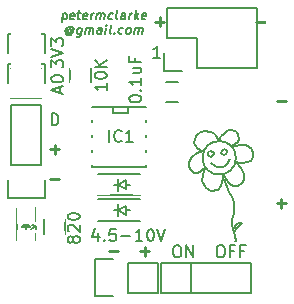
<source format=gto>
G04 #@! TF.FileFunction,Legend,Top*
%FSLAX46Y46*%
G04 Gerber Fmt 4.6, Leading zero omitted, Abs format (unit mm)*
G04 Created by KiCad (PCBNEW 4.0.2-4+6225~38~ubuntu14.04.1-stable) date Tue 03 May 2016 09:53:41 BST*
%MOMM*%
G01*
G04 APERTURE LIST*
%ADD10C,0.101600*%
%ADD11C,0.152400*%
%ADD12C,0.254000*%
%ADD13C,0.150000*%
%ADD14R,2.432000X2.127200*%
%ADD15O,2.432000X2.127200*%
%ADD16R,1.900000X1.650000*%
%ADD17R,1.700000X1.900000*%
%ADD18R,2.127200X2.127200*%
%ADD19O,2.127200X2.127200*%
%ADD20R,1.598880X1.598880*%
%ADD21R,2.635200X2.635200*%
%ADD22R,1.797000X1.797000*%
%ADD23C,1.797000*%
%ADD24R,2.178000X1.670000*%
%ADD25R,2.178000X1.009600*%
%ADD26R,2.432000X2.432000*%
%ADD27O,2.432000X2.432000*%
G04 APERTURE END LIST*
D10*
D11*
X152267697Y-64590114D02*
X152172447Y-65352114D01*
X152263161Y-64626400D02*
X152340268Y-64590114D01*
X152485411Y-64590114D01*
X152553446Y-64626400D01*
X152585196Y-64662686D01*
X152612411Y-64735257D01*
X152585197Y-64952971D01*
X152539839Y-65025543D01*
X152499017Y-65061829D01*
X152421911Y-65098114D01*
X152276768Y-65098114D01*
X152208732Y-65061829D01*
X153188446Y-65061829D02*
X153111340Y-65098114D01*
X152966197Y-65098114D01*
X152898161Y-65061829D01*
X152870947Y-64989257D01*
X152907233Y-64698971D01*
X152952590Y-64626400D01*
X153029697Y-64590114D01*
X153174840Y-64590114D01*
X153242875Y-64626400D01*
X153270090Y-64698971D01*
X153261018Y-64771543D01*
X152889090Y-64844114D01*
X153501411Y-64590114D02*
X153791697Y-64590114D01*
X153642019Y-64336114D02*
X153560376Y-64989257D01*
X153587589Y-65061829D01*
X153655626Y-65098114D01*
X153728197Y-65098114D01*
X154277018Y-65061829D02*
X154199912Y-65098114D01*
X154054769Y-65098114D01*
X153986733Y-65061829D01*
X153959519Y-64989257D01*
X153995805Y-64698971D01*
X154041162Y-64626400D01*
X154118269Y-64590114D01*
X154263412Y-64590114D01*
X154331447Y-64626400D01*
X154358662Y-64698971D01*
X154349590Y-64771543D01*
X153977662Y-64844114D01*
X154635341Y-65098114D02*
X154698841Y-64590114D01*
X154680698Y-64735257D02*
X154726054Y-64662686D01*
X154766876Y-64626400D01*
X154843983Y-64590114D01*
X154916555Y-64590114D01*
X155107055Y-65098114D02*
X155170555Y-64590114D01*
X155161483Y-64662686D02*
X155202304Y-64626400D01*
X155279412Y-64590114D01*
X155388269Y-64590114D01*
X155456304Y-64626400D01*
X155483519Y-64698971D01*
X155433626Y-65098114D01*
X155483519Y-64698971D02*
X155528876Y-64626400D01*
X155605983Y-64590114D01*
X155714840Y-64590114D01*
X155782876Y-64626400D01*
X155810090Y-64698971D01*
X155760197Y-65098114D01*
X156454161Y-65061829D02*
X156377055Y-65098114D01*
X156231912Y-65098114D01*
X156163875Y-65061829D01*
X156132126Y-65025543D01*
X156104912Y-64952971D01*
X156132126Y-64735257D01*
X156177483Y-64662686D01*
X156218304Y-64626400D01*
X156295412Y-64590114D01*
X156440555Y-64590114D01*
X156508590Y-64626400D01*
X156885055Y-65098114D02*
X156817018Y-65061829D01*
X156789805Y-64989257D01*
X156871448Y-64336114D01*
X157501912Y-65098114D02*
X157551805Y-64698971D01*
X157524590Y-64626400D01*
X157456555Y-64590114D01*
X157311412Y-64590114D01*
X157234305Y-64626400D01*
X157506447Y-65061829D02*
X157429341Y-65098114D01*
X157247912Y-65098114D01*
X157179876Y-65061829D01*
X157152662Y-64989257D01*
X157161733Y-64916686D01*
X157207091Y-64844114D01*
X157284197Y-64807829D01*
X157465626Y-64807829D01*
X157542733Y-64771543D01*
X157864770Y-65098114D02*
X157928270Y-64590114D01*
X157910127Y-64735257D02*
X157955483Y-64662686D01*
X157996305Y-64626400D01*
X158073412Y-64590114D01*
X158145984Y-64590114D01*
X158336484Y-65098114D02*
X158431734Y-64336114D01*
X158445340Y-64807829D02*
X158626769Y-65098114D01*
X158690269Y-64590114D02*
X158363698Y-64880400D01*
X159248161Y-65061829D02*
X159171055Y-65098114D01*
X159025912Y-65098114D01*
X158957876Y-65061829D01*
X158930662Y-64989257D01*
X158966948Y-64698971D01*
X159012305Y-64626400D01*
X159089412Y-64590114D01*
X159234555Y-64590114D01*
X159302590Y-64626400D01*
X159329805Y-64698971D01*
X159320733Y-64771543D01*
X158948805Y-64844114D01*
X152993411Y-65954457D02*
X152961661Y-65918171D01*
X152893625Y-65881886D01*
X152821053Y-65881886D01*
X152743947Y-65918171D01*
X152703125Y-65954457D01*
X152657767Y-66027029D01*
X152648696Y-66099600D01*
X152675911Y-66172171D01*
X152707661Y-66208457D01*
X152775696Y-66244743D01*
X152848268Y-66244743D01*
X152925375Y-66208457D01*
X152966197Y-66172171D01*
X153002482Y-65881886D02*
X152966197Y-66172171D01*
X152997947Y-66208457D01*
X153034232Y-66208457D01*
X153111340Y-66172171D01*
X153156696Y-66099600D01*
X153179375Y-65918171D01*
X153120411Y-65809314D01*
X153020625Y-65736743D01*
X152880018Y-65700457D01*
X152730339Y-65736743D01*
X152612411Y-65809314D01*
X152526233Y-65918171D01*
X152471804Y-66063314D01*
X152489947Y-66208457D01*
X152548911Y-66317314D01*
X152648696Y-66389886D01*
X152789304Y-66426171D01*
X152938982Y-66389886D01*
X153056911Y-66317314D01*
X153846125Y-65809314D02*
X153769018Y-66426171D01*
X153723660Y-66498743D01*
X153682839Y-66535029D01*
X153605732Y-66571314D01*
X153496875Y-66571314D01*
X153428839Y-66535029D01*
X153787160Y-66281029D02*
X153710054Y-66317314D01*
X153564911Y-66317314D01*
X153496874Y-66281029D01*
X153465125Y-66244743D01*
X153437911Y-66172171D01*
X153465125Y-65954457D01*
X153510482Y-65881886D01*
X153551303Y-65845600D01*
X153628411Y-65809314D01*
X153773554Y-65809314D01*
X153841589Y-65845600D01*
X154145483Y-66317314D02*
X154208983Y-65809314D01*
X154199911Y-65881886D02*
X154240732Y-65845600D01*
X154317840Y-65809314D01*
X154426697Y-65809314D01*
X154494732Y-65845600D01*
X154521947Y-65918171D01*
X154472054Y-66317314D01*
X154521947Y-65918171D02*
X154567304Y-65845600D01*
X154644411Y-65809314D01*
X154753268Y-65809314D01*
X154821304Y-65845600D01*
X154848518Y-65918171D01*
X154798625Y-66317314D01*
X155488054Y-66317314D02*
X155537947Y-65918171D01*
X155510732Y-65845600D01*
X155442697Y-65809314D01*
X155297554Y-65809314D01*
X155220447Y-65845600D01*
X155492589Y-66281029D02*
X155415483Y-66317314D01*
X155234054Y-66317314D01*
X155166018Y-66281029D01*
X155138804Y-66208457D01*
X155147875Y-66135886D01*
X155193233Y-66063314D01*
X155270339Y-66027029D01*
X155451768Y-66027029D01*
X155528875Y-65990743D01*
X155850912Y-66317314D02*
X155914412Y-65809314D01*
X155946162Y-65555314D02*
X155905340Y-65591600D01*
X155937090Y-65627886D01*
X155977911Y-65591600D01*
X155946162Y-65555314D01*
X155937090Y-65627886D01*
X156322626Y-66317314D02*
X156254589Y-66281029D01*
X156227376Y-66208457D01*
X156309019Y-65555314D01*
X156621983Y-66244743D02*
X156653732Y-66281029D01*
X156612912Y-66317314D01*
X156581161Y-66281029D01*
X156621983Y-66244743D01*
X156612912Y-66317314D01*
X157306875Y-66281029D02*
X157229769Y-66317314D01*
X157084626Y-66317314D01*
X157016589Y-66281029D01*
X156984840Y-66244743D01*
X156957626Y-66172171D01*
X156984840Y-65954457D01*
X157030197Y-65881886D01*
X157071018Y-65845600D01*
X157148126Y-65809314D01*
X157293269Y-65809314D01*
X157361304Y-65845600D01*
X157737769Y-66317314D02*
X157669732Y-66281029D01*
X157637983Y-66244743D01*
X157610769Y-66172171D01*
X157637983Y-65954457D01*
X157683340Y-65881886D01*
X157724161Y-65845600D01*
X157801269Y-65809314D01*
X157910126Y-65809314D01*
X157978161Y-65845600D01*
X158009911Y-65881886D01*
X158037126Y-65954457D01*
X158009912Y-66172171D01*
X157964554Y-66244743D01*
X157923732Y-66281029D01*
X157846626Y-66317314D01*
X157737769Y-66317314D01*
X158318341Y-66317314D02*
X158381841Y-65809314D01*
X158372769Y-65881886D02*
X158413590Y-65845600D01*
X158490698Y-65809314D01*
X158599555Y-65809314D01*
X158667590Y-65845600D01*
X158694805Y-65918171D01*
X158644912Y-66317314D01*
X158694805Y-65918171D02*
X158740162Y-65845600D01*
X158817269Y-65809314D01*
X158926126Y-65809314D01*
X158994162Y-65845600D01*
X159021376Y-65918171D01*
X158971483Y-66317314D01*
X160502286Y-68362619D02*
X159921715Y-68362619D01*
X160212001Y-68362619D02*
X160212001Y-67346619D01*
X160115239Y-67491762D01*
X160018477Y-67588524D01*
X159921715Y-67636905D01*
D12*
X170365953Y-72039571D02*
X171140048Y-72039571D01*
X170365953Y-80675571D02*
X171140048Y-80675571D01*
X170753000Y-81062619D02*
X170753000Y-80288524D01*
X168587953Y-65308571D02*
X169362048Y-65308571D01*
X160078953Y-65308571D02*
X160853048Y-65308571D01*
X160466000Y-65695619D02*
X160466000Y-64921524D01*
D11*
X151999333Y-71295714D02*
X151999333Y-70811905D01*
X152289619Y-71392476D02*
X151273619Y-71053809D01*
X152289619Y-70715143D01*
X151273619Y-70182952D02*
X151273619Y-70086191D01*
X151322000Y-69989429D01*
X151370381Y-69941048D01*
X151467143Y-69892667D01*
X151660667Y-69844286D01*
X151902571Y-69844286D01*
X152096095Y-69892667D01*
X152192857Y-69941048D01*
X152241238Y-69989429D01*
X152289619Y-70086191D01*
X152289619Y-70182952D01*
X152241238Y-70279714D01*
X152192857Y-70328095D01*
X152096095Y-70376476D01*
X151902571Y-70424857D01*
X151660667Y-70424857D01*
X151467143Y-70376476D01*
X151370381Y-70328095D01*
X151322000Y-70279714D01*
X151273619Y-70182952D01*
D12*
X151188953Y-76103571D02*
X151963048Y-76103571D01*
X151576000Y-76490619D02*
X151576000Y-75716524D01*
X151188953Y-78643571D02*
X151963048Y-78643571D01*
X156141953Y-84739571D02*
X156916048Y-84739571D01*
D11*
X161850906Y-84237619D02*
X162044429Y-84237619D01*
X162141191Y-84286000D01*
X162237953Y-84382762D01*
X162286334Y-84576286D01*
X162286334Y-84914952D01*
X162237953Y-85108476D01*
X162141191Y-85205238D01*
X162044429Y-85253619D01*
X161850906Y-85253619D01*
X161754144Y-85205238D01*
X161657382Y-85108476D01*
X161609001Y-84914952D01*
X161609001Y-84576286D01*
X161657382Y-84382762D01*
X161754144Y-84286000D01*
X161850906Y-84237619D01*
X162721763Y-85253619D02*
X162721763Y-84237619D01*
X163302334Y-85253619D01*
X163302334Y-84237619D01*
X165527858Y-84237619D02*
X165721381Y-84237619D01*
X165818143Y-84286000D01*
X165914905Y-84382762D01*
X165963286Y-84576286D01*
X165963286Y-84914952D01*
X165914905Y-85108476D01*
X165818143Y-85205238D01*
X165721381Y-85253619D01*
X165527858Y-85253619D01*
X165431096Y-85205238D01*
X165334334Y-85108476D01*
X165285953Y-84914952D01*
X165285953Y-84576286D01*
X165334334Y-84382762D01*
X165431096Y-84286000D01*
X165527858Y-84237619D01*
X166737381Y-84721429D02*
X166398715Y-84721429D01*
X166398715Y-85253619D02*
X166398715Y-84237619D01*
X166882524Y-84237619D01*
X167608238Y-84721429D02*
X167269572Y-84721429D01*
X167269572Y-85253619D02*
X167269572Y-84237619D01*
X167753381Y-84237619D01*
D12*
X158808953Y-84739571D02*
X159583048Y-84739571D01*
X159196000Y-85126619D02*
X159196000Y-84352524D01*
D11*
X151273619Y-69160904D02*
X151273619Y-68531952D01*
X151660667Y-68870618D01*
X151660667Y-68725476D01*
X151709048Y-68628714D01*
X151757429Y-68580333D01*
X151854190Y-68531952D01*
X152096095Y-68531952D01*
X152192857Y-68580333D01*
X152241238Y-68628714D01*
X152289619Y-68725476D01*
X152289619Y-69015761D01*
X152241238Y-69112523D01*
X152192857Y-69160904D01*
X151273619Y-68241666D02*
X152289619Y-67902999D01*
X151273619Y-67564333D01*
X151273619Y-67322428D02*
X151273619Y-66693476D01*
X151660667Y-67032142D01*
X151660667Y-66887000D01*
X151709048Y-66790238D01*
X151757429Y-66741857D01*
X151854190Y-66693476D01*
X152096095Y-66693476D01*
X152192857Y-66741857D01*
X152241238Y-66790238D01*
X152289619Y-66887000D01*
X152289619Y-67177285D01*
X152241238Y-67274047D01*
X152192857Y-67322428D01*
X155234809Y-83179286D02*
X155234809Y-83856619D01*
X154992905Y-82792238D02*
X154751000Y-83517952D01*
X155379952Y-83517952D01*
X155767000Y-83759857D02*
X155815381Y-83808238D01*
X155767000Y-83856619D01*
X155718619Y-83808238D01*
X155767000Y-83759857D01*
X155767000Y-83856619D01*
X156734619Y-82840619D02*
X156250810Y-82840619D01*
X156202429Y-83324429D01*
X156250810Y-83276048D01*
X156347572Y-83227667D01*
X156589476Y-83227667D01*
X156686238Y-83276048D01*
X156734619Y-83324429D01*
X156783000Y-83421190D01*
X156783000Y-83663095D01*
X156734619Y-83759857D01*
X156686238Y-83808238D01*
X156589476Y-83856619D01*
X156347572Y-83856619D01*
X156250810Y-83808238D01*
X156202429Y-83759857D01*
X157218429Y-83469571D02*
X157992524Y-83469571D01*
X159008524Y-83856619D02*
X158427953Y-83856619D01*
X158718239Y-83856619D02*
X158718239Y-82840619D01*
X158621477Y-82985762D01*
X158524715Y-83082524D01*
X158427953Y-83130905D01*
X159637477Y-82840619D02*
X159734238Y-82840619D01*
X159831000Y-82889000D01*
X159879381Y-82937381D01*
X159927762Y-83034143D01*
X159976143Y-83227667D01*
X159976143Y-83469571D01*
X159927762Y-83663095D01*
X159879381Y-83759857D01*
X159831000Y-83808238D01*
X159734238Y-83856619D01*
X159637477Y-83856619D01*
X159540715Y-83808238D01*
X159492334Y-83759857D01*
X159443953Y-83663095D01*
X159395572Y-83469571D01*
X159395572Y-83227667D01*
X159443953Y-83034143D01*
X159492334Y-82937381D01*
X159540715Y-82889000D01*
X159637477Y-82840619D01*
X160266429Y-82840619D02*
X160605096Y-83856619D01*
X160943762Y-82840619D01*
X151309905Y-74077619D02*
X151309905Y-73061619D01*
X151551810Y-73061619D01*
X151696952Y-73110000D01*
X151793714Y-73206762D01*
X151842095Y-73303524D01*
X151890476Y-73497048D01*
X151890476Y-73642190D01*
X151842095Y-73835714D01*
X151793714Y-73932476D01*
X151696952Y-74029238D01*
X151551810Y-74077619D01*
X151309905Y-74077619D01*
D13*
X147613000Y-78698000D02*
X147613000Y-80248000D01*
X147613000Y-80248000D02*
X150713000Y-80248000D01*
X150713000Y-80248000D02*
X150713000Y-78698000D01*
X147893000Y-77428000D02*
X147893000Y-72348000D01*
X147893000Y-72348000D02*
X150433000Y-72348000D01*
X150433000Y-72348000D02*
X150433000Y-77428000D01*
X150433000Y-77428000D02*
X147893000Y-77428000D01*
X161982000Y-70355000D02*
X160982000Y-70355000D01*
X160982000Y-72055000D02*
X161982000Y-72055000D01*
X154610000Y-69208000D02*
X154610000Y-70408000D01*
X152860000Y-70408000D02*
X152860000Y-69208000D01*
X163641000Y-69173000D02*
X168721000Y-69173000D01*
X160821000Y-69453000D02*
X160821000Y-67903000D01*
X161101000Y-66633000D02*
X163641000Y-66633000D01*
X163641000Y-66633000D02*
X163641000Y-69173000D01*
X168721000Y-69173000D02*
X168721000Y-64093000D01*
X168721000Y-64093000D02*
X163641000Y-64093000D01*
X160821000Y-69453000D02*
X162371000Y-69453000D01*
X161101000Y-64093000D02*
X161101000Y-66633000D01*
X163641000Y-64093000D02*
X161101000Y-64093000D01*
X150701000Y-83235000D02*
X150701000Y-82035000D01*
X152451000Y-82035000D02*
X152451000Y-83235000D01*
X149925000Y-81017020D02*
X149925000Y-82160020D01*
X149925000Y-83811020D02*
X149925000Y-83176020D01*
X149963000Y-82568020D02*
X149963000Y-82868020D01*
X149563000Y-82868020D02*
X149963000Y-82568020D01*
X149963000Y-82568020D02*
X149663000Y-82468020D01*
X148413000Y-81068020D02*
X148413000Y-83768020D01*
X149013000Y-82568020D02*
X149263000Y-82568020D01*
X149263000Y-82568020D02*
X149113000Y-82418020D01*
X149513000Y-82318020D02*
X148813000Y-82318020D01*
X149163000Y-82668020D02*
X149163000Y-83018020D01*
X149163000Y-82318020D02*
X149513000Y-82668020D01*
X149513000Y-82668020D02*
X148813000Y-82668020D01*
X148813000Y-82668020D02*
X149163000Y-82318020D01*
X160593000Y-88223000D02*
X160593000Y-85683000D01*
X160593000Y-85683000D02*
X168213000Y-85683000D01*
X168213000Y-85683000D02*
X168213000Y-88223000D01*
X168213000Y-88223000D02*
X160593000Y-88223000D01*
X163133000Y-85683000D02*
X163133000Y-88223000D01*
X157583100Y-81238000D02*
X157964100Y-81238000D01*
X156567100Y-81238000D02*
X156948100Y-81238000D01*
X156948100Y-81238000D02*
X157583100Y-80857000D01*
X157583100Y-80857000D02*
X157583100Y-81619000D01*
X157583100Y-81619000D02*
X156948100Y-81238000D01*
X156948100Y-80730000D02*
X156948100Y-81746000D01*
X155265600Y-82138000D02*
X158805600Y-82138000D01*
X155265600Y-80338000D02*
X158805600Y-80338000D01*
X157583100Y-79079000D02*
X157964100Y-79079000D01*
X156567100Y-79079000D02*
X156948100Y-79079000D01*
X156948100Y-79079000D02*
X157583100Y-78698000D01*
X157583100Y-78698000D02*
X157583100Y-79460000D01*
X157583100Y-79460000D02*
X156948100Y-79079000D01*
X156948100Y-78571000D02*
X156948100Y-79587000D01*
X155265600Y-79979000D02*
X158805600Y-79979000D01*
X155265600Y-78179000D02*
X158805600Y-78179000D01*
X159323000Y-72475000D02*
X159323000Y-77555000D01*
X159323000Y-77555000D02*
X154751000Y-77555000D01*
X154751000Y-77555000D02*
X154751000Y-72475000D01*
X154751000Y-72475000D02*
X159323000Y-72475000D01*
X157799000Y-72475000D02*
X157799000Y-72983000D01*
X157799000Y-72983000D02*
X156529000Y-72983000D01*
X156529000Y-72983000D02*
X156529000Y-72475000D01*
X150713000Y-68893000D02*
X150713000Y-70443000D01*
X147613000Y-70443000D02*
X147613000Y-68893000D01*
X147613000Y-68893000D02*
X150713000Y-68893000D01*
X147893000Y-71713000D02*
X150433000Y-71713000D01*
X150713000Y-66353000D02*
X150713000Y-67903000D01*
X147613000Y-67903000D02*
X147613000Y-66353000D01*
X147613000Y-66353000D02*
X150713000Y-66353000D01*
X147893000Y-69173000D02*
X150433000Y-69173000D01*
X157799000Y-85683000D02*
X160339000Y-85683000D01*
X154979000Y-85403000D02*
X156529000Y-85403000D01*
X157799000Y-85683000D02*
X157799000Y-88223000D01*
X156529000Y-88503000D02*
X154979000Y-88503000D01*
X154979000Y-88503000D02*
X154979000Y-85403000D01*
X157799000Y-88223000D02*
X160339000Y-88223000D01*
X160339000Y-88223000D02*
X160339000Y-85683000D01*
X166793000Y-83152000D02*
X166933000Y-82882000D01*
X166933000Y-82882000D02*
X167053000Y-82692000D01*
X167053000Y-82692000D02*
X167223000Y-82502000D01*
X167223000Y-82502000D02*
X167403000Y-82332000D01*
X167403000Y-82332000D02*
X167083000Y-82372000D01*
X167083000Y-82372000D02*
X166963000Y-82502000D01*
X166963000Y-82502000D02*
X166763000Y-82742000D01*
X165873000Y-78612000D02*
X166323000Y-79672000D01*
X166323000Y-79672000D02*
X166603000Y-80122000D01*
X166603000Y-80122000D02*
X166763000Y-80572000D01*
X166763000Y-80572000D02*
X166763000Y-81012000D01*
X166763000Y-81012000D02*
X166763000Y-81522000D01*
X166763000Y-81522000D02*
X166603000Y-82082000D01*
X166603000Y-82082000D02*
X166603000Y-82472000D01*
X166603000Y-82472000D02*
X166823000Y-83422000D01*
X166823000Y-83422000D02*
X166933000Y-83862000D01*
X166933000Y-83862000D02*
X166883000Y-83862000D01*
X165883000Y-76082000D02*
X165733000Y-76202000D01*
X165733000Y-76202000D02*
X165643000Y-76392000D01*
X165643000Y-76392000D02*
X165743000Y-76492000D01*
X165743000Y-76492000D02*
X165903000Y-76552000D01*
X165903000Y-76552000D02*
X166083000Y-76512000D01*
X166083000Y-76512000D02*
X166203000Y-76342000D01*
X166203000Y-76342000D02*
X166173000Y-76222000D01*
X166173000Y-76222000D02*
X166083000Y-76112000D01*
X166083000Y-76112000D02*
X165903000Y-76072000D01*
X164663000Y-76202000D02*
X164543000Y-76422000D01*
X164543000Y-76422000D02*
X164523000Y-76572000D01*
X164523000Y-76572000D02*
X164623000Y-76662000D01*
X164623000Y-76662000D02*
X164773000Y-76742000D01*
X164773000Y-76742000D02*
X164923000Y-76642000D01*
X164923000Y-76642000D02*
X165043000Y-76492000D01*
X165043000Y-76492000D02*
X165063000Y-76392000D01*
X165063000Y-76392000D02*
X164953000Y-76312000D01*
X164953000Y-76312000D02*
X164693000Y-76252000D01*
X164813000Y-77242000D02*
X165153000Y-77512000D01*
X165153000Y-77512000D02*
X165303000Y-77582000D01*
X165303000Y-77582000D02*
X165493000Y-77582000D01*
X165493000Y-77582000D02*
X165643000Y-77582000D01*
X165643000Y-77582000D02*
X165803000Y-77582000D01*
X165803000Y-77582000D02*
X165953000Y-77512000D01*
X165953000Y-77512000D02*
X166183000Y-77322000D01*
X166183000Y-77322000D02*
X166293000Y-77122000D01*
X166293000Y-77122000D02*
X166413000Y-76902000D01*
X166413000Y-76902000D02*
X166333000Y-76972000D01*
X166943000Y-77162000D02*
X167363000Y-77662000D01*
X167363000Y-77662000D02*
X167593000Y-78192000D01*
X167593000Y-78192000D02*
X167593000Y-78652000D01*
X167593000Y-78652000D02*
X167403000Y-78922000D01*
X167403000Y-78922000D02*
X167053000Y-79182000D01*
X167053000Y-79182000D02*
X166713000Y-79182000D01*
X166713000Y-79182000D02*
X166413000Y-79032000D01*
X166413000Y-79032000D02*
X166223000Y-78842000D01*
X166223000Y-78842000D02*
X165993000Y-78462000D01*
X165993000Y-78462000D02*
X165833000Y-78232000D01*
X166603000Y-75942000D02*
X167243000Y-75752000D01*
X167243000Y-75752000D02*
X167743000Y-75722000D01*
X167743000Y-75722000D02*
X168273000Y-76062000D01*
X168273000Y-76062000D02*
X168353000Y-76482000D01*
X168353000Y-76482000D02*
X168353000Y-76782000D01*
X168353000Y-76782000D02*
X168203000Y-77092000D01*
X168203000Y-77092000D02*
X167853000Y-77202000D01*
X167853000Y-77202000D02*
X167553000Y-77282000D01*
X167553000Y-77282000D02*
X167213000Y-77242000D01*
X167213000Y-77242000D02*
X166983000Y-77162000D01*
X166983000Y-77162000D02*
X166823000Y-77092000D01*
X164273000Y-77662000D02*
X164123000Y-78232000D01*
X164123000Y-78232000D02*
X164083000Y-78802000D01*
X164083000Y-78802000D02*
X164353000Y-79332000D01*
X164353000Y-79332000D02*
X164843000Y-79642000D01*
X164843000Y-79642000D02*
X165423000Y-79532000D01*
X165423000Y-79532000D02*
X165643000Y-79182000D01*
X165643000Y-79182000D02*
X165763000Y-78842000D01*
X165763000Y-78842000D02*
X165833000Y-78502000D01*
X165833000Y-78502000D02*
X165833000Y-78232000D01*
X164123000Y-76212000D02*
X163593000Y-76442000D01*
X163593000Y-76442000D02*
X163173000Y-76712000D01*
X163173000Y-76712000D02*
X163013000Y-77012000D01*
X163013000Y-77012000D02*
X162943000Y-77282000D01*
X162943000Y-77282000D02*
X162943000Y-77542000D01*
X162943000Y-77542000D02*
X163013000Y-77772000D01*
X163013000Y-77772000D02*
X163363000Y-78082000D01*
X163363000Y-78082000D02*
X163743000Y-78082000D01*
X163743000Y-78082000D02*
X163933000Y-77962000D01*
X163933000Y-77962000D02*
X164203000Y-77662000D01*
X164203000Y-77662000D02*
X164273000Y-77662000D01*
X165493000Y-75412000D02*
X165153000Y-74802000D01*
X165153000Y-74802000D02*
X164813000Y-74612000D01*
X164813000Y-74612000D02*
X164233000Y-74532000D01*
X164233000Y-74532000D02*
X163813000Y-74692000D01*
X163813000Y-74692000D02*
X163513000Y-74992000D01*
X163513000Y-74992000D02*
X163403000Y-75602000D01*
X163403000Y-75602000D02*
X163593000Y-76022000D01*
X163593000Y-76022000D02*
X163853000Y-76172000D01*
X163853000Y-76172000D02*
X164083000Y-76212000D01*
X164083000Y-76212000D02*
X164163000Y-76212000D01*
X164163000Y-76212000D02*
X164163000Y-76252000D01*
X165493000Y-75372000D02*
X165643000Y-74992000D01*
X165643000Y-74992000D02*
X165873000Y-74802000D01*
X165873000Y-74802000D02*
X166223000Y-74502000D01*
X166223000Y-74502000D02*
X166603000Y-74462000D01*
X166603000Y-74462000D02*
X166983000Y-74612000D01*
X166983000Y-74612000D02*
X167133000Y-74912000D01*
X167133000Y-74912000D02*
X167173000Y-75262000D01*
X167173000Y-75262000D02*
X167133000Y-75452000D01*
X167133000Y-75452000D02*
X166983000Y-75602000D01*
X166983000Y-75602000D02*
X166793000Y-75682000D01*
X166793000Y-75682000D02*
X166563000Y-75792000D01*
X166917214Y-76812000D02*
G75*
G03X166917214Y-76812000I-1414214J0D01*
G01*
D11*
X157877619Y-71858142D02*
X157877619Y-71761381D01*
X157926000Y-71664619D01*
X157974381Y-71616238D01*
X158071143Y-71567857D01*
X158264667Y-71519476D01*
X158506571Y-71519476D01*
X158700095Y-71567857D01*
X158796857Y-71616238D01*
X158845238Y-71664619D01*
X158893619Y-71761381D01*
X158893619Y-71858142D01*
X158845238Y-71954904D01*
X158796857Y-72003285D01*
X158700095Y-72051666D01*
X158506571Y-72100047D01*
X158264667Y-72100047D01*
X158071143Y-72051666D01*
X157974381Y-72003285D01*
X157926000Y-71954904D01*
X157877619Y-71858142D01*
X158796857Y-71084047D02*
X158845238Y-71035666D01*
X158893619Y-71084047D01*
X158845238Y-71132428D01*
X158796857Y-71084047D01*
X158893619Y-71084047D01*
X158893619Y-70068047D02*
X158893619Y-70648618D01*
X158893619Y-70358332D02*
X157877619Y-70358332D01*
X158022762Y-70455094D01*
X158119524Y-70551856D01*
X158167905Y-70648618D01*
X158216286Y-69197190D02*
X158893619Y-69197190D01*
X158216286Y-69632618D02*
X158748476Y-69632618D01*
X158845238Y-69584237D01*
X158893619Y-69487475D01*
X158893619Y-69342333D01*
X158845238Y-69245571D01*
X158796857Y-69197190D01*
X158361429Y-68374714D02*
X158361429Y-68713380D01*
X158893619Y-68713380D02*
X157877619Y-68713380D01*
X157877619Y-68229571D01*
X155972619Y-70509524D02*
X155972619Y-71090095D01*
X155972619Y-70799809D02*
X154956619Y-70799809D01*
X155101762Y-70896571D01*
X155198524Y-70993333D01*
X155246905Y-71090095D01*
X154956619Y-69880571D02*
X154956619Y-69783810D01*
X155005000Y-69687048D01*
X155053381Y-69638667D01*
X155150143Y-69590286D01*
X155343667Y-69541905D01*
X155585571Y-69541905D01*
X155779095Y-69590286D01*
X155875857Y-69638667D01*
X155924238Y-69687048D01*
X155972619Y-69783810D01*
X155972619Y-69880571D01*
X155924238Y-69977333D01*
X155875857Y-70025714D01*
X155779095Y-70074095D01*
X155585571Y-70122476D01*
X155343667Y-70122476D01*
X155150143Y-70074095D01*
X155053381Y-70025714D01*
X155005000Y-69977333D01*
X154956619Y-69880571D01*
X155972619Y-69106476D02*
X154956619Y-69106476D01*
X155972619Y-68525905D02*
X155392048Y-68961333D01*
X154956619Y-68525905D02*
X155537190Y-69106476D01*
X153106048Y-83826380D02*
X153057667Y-83923142D01*
X153009286Y-83971523D01*
X152912524Y-84019904D01*
X152864143Y-84019904D01*
X152767381Y-83971523D01*
X152719000Y-83923142D01*
X152670619Y-83826380D01*
X152670619Y-83632857D01*
X152719000Y-83536095D01*
X152767381Y-83487714D01*
X152864143Y-83439333D01*
X152912524Y-83439333D01*
X153009286Y-83487714D01*
X153057667Y-83536095D01*
X153106048Y-83632857D01*
X153106048Y-83826380D01*
X153154429Y-83923142D01*
X153202810Y-83971523D01*
X153299571Y-84019904D01*
X153493095Y-84019904D01*
X153589857Y-83971523D01*
X153638238Y-83923142D01*
X153686619Y-83826380D01*
X153686619Y-83632857D01*
X153638238Y-83536095D01*
X153589857Y-83487714D01*
X153493095Y-83439333D01*
X153299571Y-83439333D01*
X153202810Y-83487714D01*
X153154429Y-83536095D01*
X153106048Y-83632857D01*
X152767381Y-83052285D02*
X152719000Y-83003904D01*
X152670619Y-82907142D01*
X152670619Y-82665238D01*
X152719000Y-82568476D01*
X152767381Y-82520095D01*
X152864143Y-82471714D01*
X152960905Y-82471714D01*
X153106048Y-82520095D01*
X153686619Y-83100666D01*
X153686619Y-82471714D01*
X152670619Y-81842761D02*
X152670619Y-81746000D01*
X152719000Y-81649238D01*
X152767381Y-81600857D01*
X152864143Y-81552476D01*
X153057667Y-81504095D01*
X153299571Y-81504095D01*
X153493095Y-81552476D01*
X153589857Y-81600857D01*
X153638238Y-81649238D01*
X153686619Y-81746000D01*
X153686619Y-81842761D01*
X153638238Y-81939523D01*
X153589857Y-81987904D01*
X153493095Y-82036285D01*
X153299571Y-82084666D01*
X153057667Y-82084666D01*
X152864143Y-82036285D01*
X152767381Y-81987904D01*
X152719000Y-81939523D01*
X152670619Y-81842761D01*
D13*
X156187810Y-75467381D02*
X156187810Y-74467381D01*
X157235429Y-75372143D02*
X157187810Y-75419762D01*
X157044953Y-75467381D01*
X156949715Y-75467381D01*
X156806857Y-75419762D01*
X156711619Y-75324524D01*
X156664000Y-75229286D01*
X156616381Y-75038810D01*
X156616381Y-74895952D01*
X156664000Y-74705476D01*
X156711619Y-74610238D01*
X156806857Y-74515000D01*
X156949715Y-74467381D01*
X157044953Y-74467381D01*
X157187810Y-74515000D01*
X157235429Y-74562619D01*
X158187810Y-75467381D02*
X157616381Y-75467381D01*
X157902095Y-75467381D02*
X157902095Y-74467381D01*
X157806857Y-74610238D01*
X157711619Y-74705476D01*
X157616381Y-74753095D01*
%LPC*%
D14*
X170753000Y-73618000D03*
D15*
X170753000Y-76158000D03*
X170753000Y-78698000D03*
D14*
X149163000Y-78698000D03*
D15*
X149163000Y-76158000D03*
X149163000Y-73618000D03*
D16*
X160232000Y-71205000D03*
X162732000Y-71205000D03*
D17*
X153735000Y-71158000D03*
X153735000Y-68458000D03*
D18*
X162371000Y-67903000D03*
D19*
X162371000Y-65363000D03*
X164911000Y-67903000D03*
X164911000Y-65363000D03*
X167451000Y-67903000D03*
X167451000Y-65363000D03*
D17*
X151576000Y-81285000D03*
X151576000Y-83985000D03*
D20*
X149163000Y-83717040D03*
X149163000Y-81619000D03*
D21*
X149163000Y-86953000D03*
X170753000Y-86953000D03*
X149163000Y-65363000D03*
X170753000Y-65363000D03*
D22*
X161863000Y-86953000D03*
D23*
X164403000Y-86953000D03*
X166943000Y-86953000D03*
D24*
X155182800Y-81238000D03*
X159323000Y-81238000D03*
X155182800Y-79079000D03*
X159323000Y-79079000D03*
D25*
X160339000Y-73110000D03*
X160339000Y-74380000D03*
X160339000Y-75650000D03*
X160339000Y-76920000D03*
X153735000Y-76920000D03*
X153735000Y-75650000D03*
X153735000Y-74380000D03*
X153735000Y-73110000D03*
D21*
X149163000Y-70443000D03*
X149163000Y-67903000D03*
D26*
X156529000Y-86953000D03*
D27*
X159069000Y-86953000D03*
M02*

</source>
